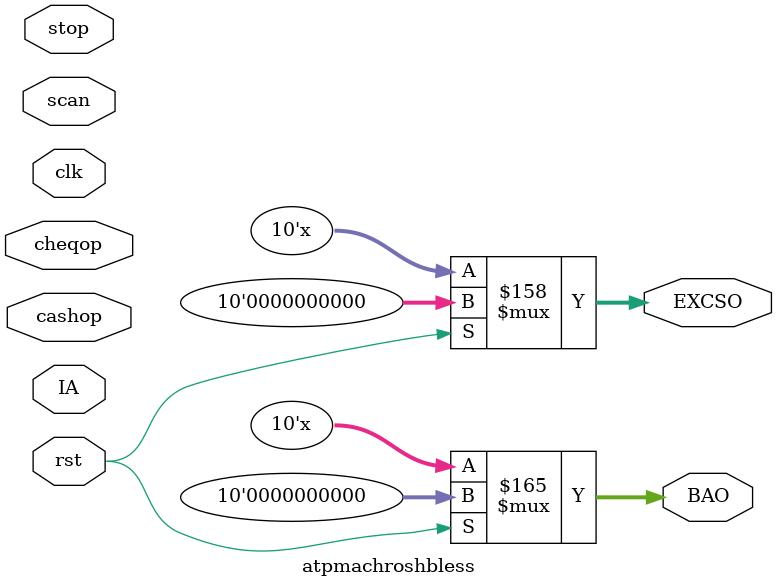
<source format=v>
module atpmachroshbless(
input wire clk,rst,scan,cashop,cheqop,
input [9:0] IA,
input stop,
output reg [9:0] BAO
,output reg [9:0] EXCSO  
);

reg [9:0] BA;
reg  [9:0] EXCS;  
reg [2:0] cstate;
reg [2:0] nstate; 
parameter [2:0] START = 3'b000;
parameter [2:0] INFO_MODE = 3'b001;
parameter [2:0] CASH = 3'b010;
parameter [2:0] CHE_DD_PAYO = 3'b011;
parameter [2:0] WAITING_CASH = 3'b100;
parameter [2:0] INSUFF = 3'b101;
parameter [2:0] WAITING_CHE_DD_PAYO = 3'b110;
parameter [2:0] COMPLETED = 3'b111;

 
always @ (posedge clk or posedge rst) begin
if (rst) begin
cstate <= START;
end else begin
cstate <= nstate;
end
end
always @ (*) begin
if (rst) begin
BAO = 0;
EXCSO = 0;
nstate <= START;
end else begin
case (cstate)
START: begin

$display(" Welcome to Any Time Electric Bill Payment System");
$display("Please Show your bill at the scanner");
if (scan) begin
BA=10'd100;
EXCS=10'd0;
nstate <= INFO_MODE;
end else begin
nstate <= START;
end
end

INFO_MODE: begin
$display(" USER NAME:------------");
$display(" BILL AMOUNT:%d",BA);
$display(" EXCESS AMOUNT LEFT:%d",EXCS);
$display(" BILL NO:------------");
$display(" SELECT YOUR MODE OF PAYMENT:------------");
 if (cashop ==1) begin
nstate <= CASH;
 end else if (cheqop==1) begin
nstate <= CHE_DD_PAYO;
end else begin
nstate <= INFO_MODE;
end
end

CASH: begin
$display(" INSERT YOUR CASH AT CASH ACCEPTOR ");
$display("----------------------PLEASE NOTE-------------------------");
 $display(" #Denominations of Rupees 1000, 500, 100, 50, 20, 10, 5 are accepted.(Only Notes are accepted)");
$display(" #Insert a single note at a time.");
$display(" #Please do not use soiled, torn, wet, oiled notes and coins.");
$display(" #Excess amount Paid will be adjusted in the subsequent cycles.");
 $display(" #Any short payment will lead to disconnection of your electricity line without any information");
 $display(" CURRENT BILL AMOUNT:%d",BA);
if (IA) begin
nstate <= WAITING_CASH;
end 
else begin
nstate <= CASH;
end
end

CHE_DD_PAYO: begin
$display(" INSERT YOUR CHEQUE/DD/PAY ORDER AT THE ACCEPTOR ");
$display("----------------------------PLEASE NOTE-----------------------------");
$display(" #Please do not use soiled, torn, wet, oiled notes and coins.");
$display(" #Excess amount Paid will be adjusted in the subsequent cycles.");
$display(" #Any short payment will lead to disconnection of your electricity line without any information");
$display(" CURRENT BILL AMOUNT:%d",BA);
if(IA) begin
nstate <= WAITING_CHE_DD_PAYO;
end
else begin
nstate <=CHE_DD_PAYO;
end
end


WAITING_CASH: begin
$display(" #Input another note.");
$display(" CURRENT BILL AMOUNT:%d",BA);
if ((IA == 10'd1000) || (IA == 10'd500) || (IA == 10'd100) || (IA == 10'd50) || (IA == 10'd20) || (IA == 10'd10) || (IA == 10'd5)&& IA <= BA) begin
BA = BA - EXCS - IA ;
nstate <=WAITING_CASH;
end
else if (stop==1) begin
BA= ~BA;
nstate <= INSUFF;
end
 else
 begin
 BA = BA- EXCS - IA ;
nstate <= COMPLETED;
end
end

INSUFF: begin
BAO <= ~BA;
$display(" Remaining bill amount = %d", BAO);
  $display(" #If not paid to the sufficient bill amount within 10 days from today, your connection will be disconnected without any information.");
nstate <= START;
end

WAITING_CHE_DD_PAYO: begin
$display(" #Enter account_number , date , amount as on the payment instrument inserted.");
BA = BA- EXCS - IA ;
BA= ~BA;
if (IA < BA) begin
nstate <= INSUFF;
end else begin
BA= ~BA;
nstate <= COMPLETED;
end
end

COMPLETED: begin
EXCS <= ~BA;
EXCSO <= EXCS;
$display("Excess amount: %d", EXCSO);
$display(" CURRENT BILL AMOUNT:0");
$display(" #Please collect your receipt");
$display(" THANK YOU ");
nstate <= START;
end
endcase
end 
end
endmodule



</source>
